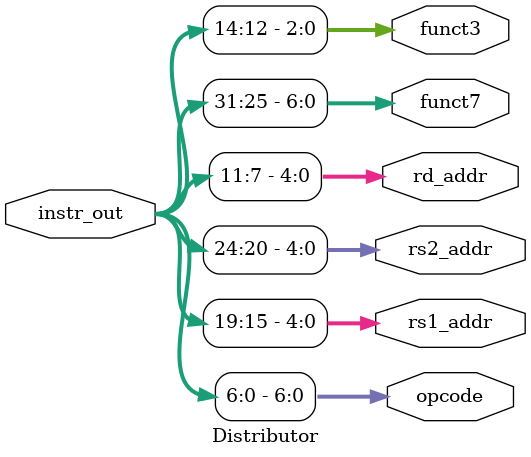
<source format=v>
module Distributor(
    input [31:0] instr_out,
    output reg [6:0] opcode,
    output reg  [4:0] rs1_addr,
    output reg [4:0] rs2_addr,
    output reg [4:0] rd_addr,
    output reg [6:0] funct7,
    output reg [2:0] funct3
);


always @(instr_out) begin

    funct7 = instr_out[31:25];
    rs2_addr = instr_out[24:20];
    rs1_addr = instr_out[19:15];
    funct3 = instr_out[14:12];
    rd_addr = instr_out[11:7];
    opcode = instr_out[6:0];
end

endmodule
</source>
